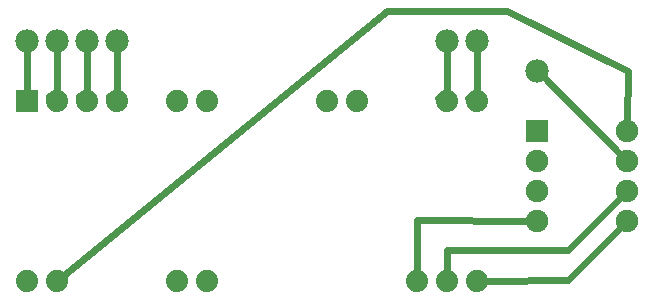
<source format=gbl>
G04 MADE WITH FRITZING*
G04 WWW.FRITZING.ORG*
G04 DOUBLE SIDED*
G04 HOLES PLATED*
G04 CONTOUR ON CENTER OF CONTOUR VECTOR*
%ASAXBY*%
%FSLAX23Y23*%
%MOIN*%
%OFA0B0*%
%SFA1.0B1.0*%
%ADD10C,0.074000*%
%ADD11C,0.075000*%
%ADD12C,0.078000*%
%ADD13R,0.074000X0.074000*%
%ADD14R,0.075000X0.075000*%
%ADD15C,0.024000*%
%LNCOPPER0*%
G90*
G70*
G54D10*
X1161Y317D03*
X1061Y917D03*
X1561Y917D03*
X1061Y317D03*
X1661Y917D03*
X1161Y917D03*
X1961Y917D03*
X2061Y917D03*
X1861Y317D03*
X1961Y317D03*
X2061Y317D03*
X561Y917D03*
X661Y917D03*
X761Y917D03*
X861Y917D03*
X661Y317D03*
X561Y317D03*
G54D11*
X2261Y817D03*
X2561Y817D03*
X2261Y717D03*
X2561Y717D03*
X2261Y617D03*
X2561Y617D03*
X2261Y517D03*
X2561Y517D03*
G54D12*
X561Y1117D03*
X661Y1117D03*
X761Y1117D03*
X861Y1117D03*
X1961Y1117D03*
X2061Y1117D03*
X2261Y1017D03*
G54D13*
X561Y917D03*
G54D14*
X2261Y817D03*
G54D15*
X761Y1087D02*
X760Y917D01*
D02*
X760Y917D02*
X734Y932D01*
D02*
X861Y1087D02*
X860Y917D01*
D02*
X860Y917D02*
X834Y932D01*
D02*
X685Y337D02*
X1760Y1217D01*
D02*
X1760Y1217D02*
X2160Y1217D01*
D02*
X2160Y1217D02*
X2563Y1017D01*
D02*
X2563Y1017D02*
X2561Y846D01*
D02*
X1961Y348D02*
X1960Y418D01*
D02*
X1960Y418D02*
X2363Y418D01*
D02*
X2363Y418D02*
X2541Y597D01*
D02*
X1961Y1087D02*
X1960Y917D01*
D02*
X1960Y917D02*
X1931Y926D01*
D02*
X2541Y737D02*
X2282Y996D01*
D02*
X2233Y517D02*
X1860Y518D01*
D02*
X1860Y518D02*
X1861Y348D01*
D02*
X561Y1087D02*
X560Y917D01*
D02*
X560Y917D02*
X535Y934D01*
D02*
X661Y1087D02*
X660Y917D01*
D02*
X660Y917D02*
X635Y933D01*
D02*
X2061Y1087D02*
X2060Y917D01*
D02*
X2060Y917D02*
X2031Y926D01*
D02*
X2541Y497D02*
X2363Y318D01*
D02*
X2363Y318D02*
X2092Y317D01*
G04 End of Copper0*
M02*
</source>
